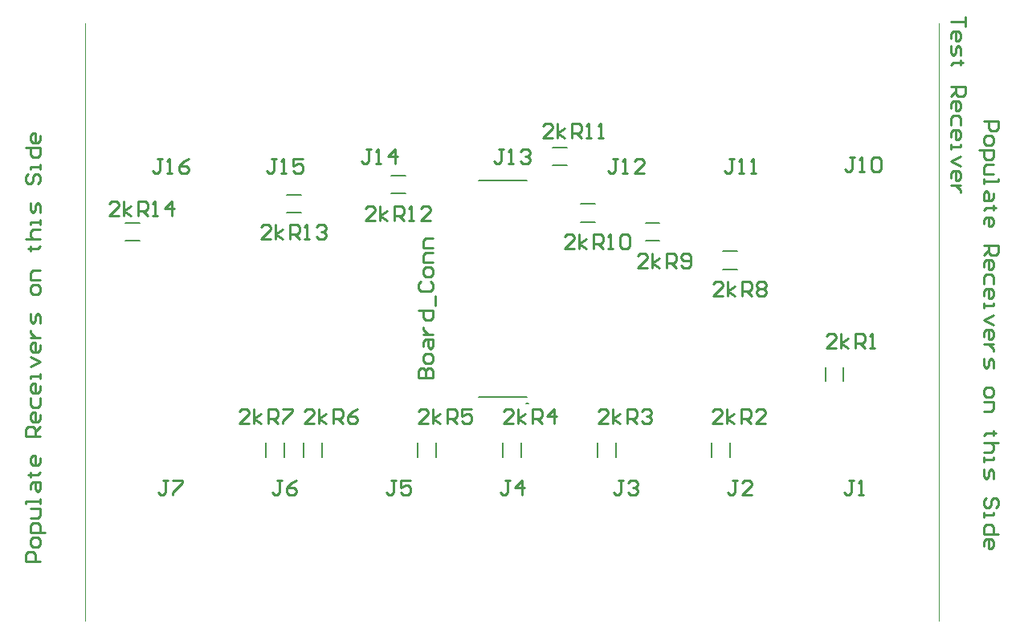
<source format=gto>
G04*
G04 #@! TF.GenerationSoftware,Altium Limited,Altium Designer,20.2.6 (244)*
G04*
G04 Layer_Color=65535*
%FSLAX25Y25*%
%MOIN*%
G70*
G04*
G04 #@! TF.SameCoordinates,11A24C68-64DB-4881-A1EB-24DF76E2ADE5*
G04*
G04*
G04 #@! TF.FilePolarity,Positive*
G04*
G01*
G75*
%ADD10C,0.00787*%
%ADD11C,0.00394*%
%ADD12C,0.01000*%
D10*
X341348Y228031D02*
X340561D01*
X341348D01*
X320707Y320590D02*
X340711D01*
X320707Y230591D02*
X340711D01*
X232480Y205709D02*
Y211614D01*
X239961Y205709D02*
Y211614D01*
X422244Y291142D02*
X428150D01*
X422244Y283661D02*
X428150D01*
X390021Y302953D02*
X395927D01*
X390021Y295472D02*
X395927D01*
X363189Y310827D02*
X369094D01*
X363189Y303346D02*
X369094D01*
X284449Y315158D02*
X290354D01*
X284449Y322638D02*
X290354D01*
X241142Y307283D02*
X247047D01*
X241142Y314764D02*
X247047D01*
X174213Y295472D02*
X180118D01*
X174213Y302953D02*
X180118D01*
X302953Y205709D02*
Y211614D01*
X295472Y205709D02*
Y211614D01*
X338386Y205709D02*
Y211614D01*
X330906Y205709D02*
Y211614D01*
X255709Y205709D02*
Y211614D01*
X248228Y205709D02*
Y211614D01*
X377756Y205709D02*
Y211614D01*
X370276Y205709D02*
Y211614D01*
X425000Y205709D02*
Y211614D01*
X417520Y205709D02*
Y211614D01*
X472244Y237205D02*
Y243110D01*
X464764Y237205D02*
Y243110D01*
X351378Y326969D02*
X357283D01*
X351378Y334449D02*
X357283D01*
D11*
X511811Y137795D02*
Y385827D01*
X157480Y137795D02*
Y385827D01*
D12*
X522746Y388764D02*
Y384765D01*
Y386764D01*
X516748D01*
Y379767D02*
Y381766D01*
X517748Y382766D01*
X519747D01*
X520747Y381766D01*
Y379767D01*
X519747Y378767D01*
X518747D01*
Y382766D01*
X516748Y376768D02*
Y373769D01*
X517748Y372769D01*
X518747Y373769D01*
Y375768D01*
X519747Y376768D01*
X520747Y375768D01*
Y372769D01*
X521746Y369770D02*
X520747D01*
Y370770D01*
Y368770D01*
Y369770D01*
X517748D01*
X516748Y368770D01*
Y359773D02*
X522746D01*
Y356774D01*
X521746Y355774D01*
X519747D01*
X518747Y356774D01*
Y359773D01*
Y357774D02*
X516748Y355774D01*
Y350776D02*
Y352775D01*
X517748Y353775D01*
X519747D01*
X520747Y352775D01*
Y350776D01*
X519747Y349776D01*
X518747D01*
Y353775D01*
X520747Y343778D02*
Y346777D01*
X519747Y347777D01*
X517748D01*
X516748Y346777D01*
Y343778D01*
Y338780D02*
Y340779D01*
X517748Y341779D01*
X519747D01*
X520747Y340779D01*
Y338780D01*
X519747Y337780D01*
X518747D01*
Y341779D01*
X516748Y335781D02*
Y333782D01*
Y334781D01*
X520747D01*
Y335781D01*
Y330783D02*
X516748Y328783D01*
X520747Y326784D01*
X516748Y321785D02*
Y323785D01*
X517748Y324784D01*
X519747D01*
X520747Y323785D01*
Y321785D01*
X519747Y320786D01*
X518747D01*
Y324784D01*
X520747Y318786D02*
X516748D01*
X518747D01*
X519747Y317787D01*
X520747Y316787D01*
Y315787D01*
X138733Y162417D02*
X132735D01*
Y165416D01*
X133735Y166416D01*
X135734D01*
X136734Y165416D01*
Y162417D01*
X138733Y169415D02*
Y171414D01*
X137733Y172414D01*
X135734D01*
X134734Y171414D01*
Y169415D01*
X135734Y168415D01*
X137733D01*
X138733Y169415D01*
X140732Y174413D02*
X134734D01*
Y177412D01*
X135734Y178412D01*
X137733D01*
X138733Y177412D01*
Y174413D01*
X134734Y180412D02*
X137733D01*
X138733Y181411D01*
Y184410D01*
X134734D01*
X138733Y186410D02*
Y188409D01*
Y187409D01*
X132735D01*
Y186410D01*
X134734Y192408D02*
Y194407D01*
X135734Y195407D01*
X138733D01*
Y192408D01*
X137733Y191408D01*
X136734Y192408D01*
Y195407D01*
X133735Y198406D02*
X134734D01*
Y197406D01*
Y199405D01*
Y198406D01*
X137733D01*
X138733Y199405D01*
Y205403D02*
Y203404D01*
X137733Y202404D01*
X135734D01*
X134734Y203404D01*
Y205403D01*
X135734Y206403D01*
X136734D01*
Y202404D01*
X138733Y214401D02*
X132735D01*
Y217400D01*
X133735Y218399D01*
X135734D01*
X136734Y217400D01*
Y214401D01*
Y216400D02*
X138733Y218399D01*
Y223398D02*
Y221398D01*
X137733Y220399D01*
X135734D01*
X134734Y221398D01*
Y223398D01*
X135734Y224397D01*
X136734D01*
Y220399D01*
X134734Y230395D02*
Y227396D01*
X135734Y226397D01*
X137733D01*
X138733Y227396D01*
Y230395D01*
Y235394D02*
Y233394D01*
X137733Y232395D01*
X135734D01*
X134734Y233394D01*
Y235394D01*
X135734Y236393D01*
X136734D01*
Y232395D01*
X138733Y238393D02*
Y240392D01*
Y239392D01*
X134734D01*
Y238393D01*
Y243391D02*
X138733Y245391D01*
X134734Y247390D01*
X138733Y252388D02*
Y250389D01*
X137733Y249389D01*
X135734D01*
X134734Y250389D01*
Y252388D01*
X135734Y253388D01*
X136734D01*
Y249389D01*
X134734Y255387D02*
X138733D01*
X136734D01*
X135734Y256387D01*
X134734Y257387D01*
Y258386D01*
X138733Y261385D02*
Y264384D01*
X137733Y265384D01*
X136734Y264384D01*
Y262385D01*
X135734Y261385D01*
X134734Y262385D01*
Y265384D01*
X138733Y274381D02*
Y276380D01*
X137733Y277380D01*
X135734D01*
X134734Y276380D01*
Y274381D01*
X135734Y273381D01*
X137733D01*
X138733Y274381D01*
Y279380D02*
X134734D01*
Y282379D01*
X135734Y283378D01*
X138733D01*
X133735Y292375D02*
X134734D01*
Y291376D01*
Y293375D01*
Y292375D01*
X137733D01*
X138733Y293375D01*
X132735Y296374D02*
X138733D01*
X135734D01*
X134734Y297374D01*
Y299373D01*
X135734Y300373D01*
X138733D01*
Y302372D02*
Y304371D01*
Y303372D01*
X134734D01*
Y302372D01*
X138733Y307370D02*
Y310369D01*
X137733Y311369D01*
X136734Y310369D01*
Y308370D01*
X135734Y307370D01*
X134734Y308370D01*
Y311369D01*
X133735Y323365D02*
X132735Y322366D01*
Y320366D01*
X133735Y319367D01*
X134734D01*
X135734Y320366D01*
Y322366D01*
X136734Y323365D01*
X137733D01*
X138733Y322366D01*
Y320366D01*
X137733Y319367D01*
X138733Y325365D02*
Y327364D01*
Y326364D01*
X134734D01*
Y325365D01*
X132735Y334362D02*
X138733D01*
Y331363D01*
X137733Y330363D01*
X135734D01*
X134734Y331363D01*
Y334362D01*
X138733Y339360D02*
Y337361D01*
X137733Y336361D01*
X135734D01*
X134734Y337361D01*
Y339360D01*
X135734Y340360D01*
X136734D01*
Y336361D01*
X530558Y345457D02*
X536556D01*
Y342458D01*
X535557Y341458D01*
X533557D01*
X532558Y342458D01*
Y345457D01*
X530558Y338459D02*
Y336460D01*
X531558Y335460D01*
X533557D01*
X534557Y336460D01*
Y338459D01*
X533557Y339459D01*
X531558D01*
X530558Y338459D01*
X528559Y333461D02*
X534557D01*
Y330462D01*
X533557Y329462D01*
X531558D01*
X530558Y330462D01*
Y333461D01*
X534557Y327463D02*
X531558D01*
X530558Y326463D01*
Y323464D01*
X534557D01*
X530558Y321464D02*
Y319465D01*
Y320465D01*
X536556D01*
Y321464D01*
X534557Y315466D02*
Y313467D01*
X533557Y312467D01*
X530558D01*
Y315466D01*
X531558Y316466D01*
X532558Y315466D01*
Y312467D01*
X535557Y309468D02*
X534557D01*
Y310468D01*
Y308469D01*
Y309468D01*
X531558D01*
X530558Y308469D01*
Y302471D02*
Y304470D01*
X531558Y305470D01*
X533557D01*
X534557Y304470D01*
Y302471D01*
X533557Y301471D01*
X532558D01*
Y305470D01*
X530558Y293474D02*
X536556D01*
Y290475D01*
X535557Y289475D01*
X533557D01*
X532558Y290475D01*
Y293474D01*
Y291474D02*
X530558Y289475D01*
Y284476D02*
Y286476D01*
X531558Y287475D01*
X533557D01*
X534557Y286476D01*
Y284476D01*
X533557Y283477D01*
X532558D01*
Y287475D01*
X534557Y277479D02*
Y280478D01*
X533557Y281477D01*
X531558D01*
X530558Y280478D01*
Y277479D01*
Y272480D02*
Y274480D01*
X531558Y275479D01*
X533557D01*
X534557Y274480D01*
Y272480D01*
X533557Y271481D01*
X532558D01*
Y275479D01*
X530558Y269481D02*
Y267482D01*
Y268482D01*
X534557D01*
Y269481D01*
Y264483D02*
X530558Y262484D01*
X534557Y260484D01*
X530558Y255486D02*
Y257485D01*
X531558Y258485D01*
X533557D01*
X534557Y257485D01*
Y255486D01*
X533557Y254486D01*
X532558D01*
Y258485D01*
X534557Y252487D02*
X530558D01*
X532558D01*
X533557Y251487D01*
X534557Y250487D01*
Y249488D01*
X530558Y246489D02*
Y243490D01*
X531558Y242490D01*
X532558Y243490D01*
Y245489D01*
X533557Y246489D01*
X534557Y245489D01*
Y242490D01*
X530558Y233493D02*
Y231494D01*
X531558Y230494D01*
X533557D01*
X534557Y231494D01*
Y233493D01*
X533557Y234493D01*
X531558D01*
X530558Y233493D01*
Y228495D02*
X534557D01*
Y225496D01*
X533557Y224496D01*
X530558D01*
X535557Y215499D02*
X534557D01*
Y216498D01*
Y214499D01*
Y215499D01*
X531558D01*
X530558Y214499D01*
X536556Y211500D02*
X530558D01*
X533557D01*
X534557Y210500D01*
Y208501D01*
X533557Y207501D01*
X530558D01*
Y205502D02*
Y203503D01*
Y204502D01*
X534557D01*
Y205502D01*
X530558Y200504D02*
Y197505D01*
X531558Y196505D01*
X532558Y197505D01*
Y199504D01*
X533557Y200504D01*
X534557Y199504D01*
Y196505D01*
X535557Y184509D02*
X536556Y185508D01*
Y187508D01*
X535557Y188507D01*
X534557D01*
X533557Y187508D01*
Y185508D01*
X532558Y184509D01*
X531558D01*
X530558Y185508D01*
Y187508D01*
X531558Y188507D01*
X530558Y182509D02*
Y180510D01*
Y181510D01*
X534557D01*
Y182509D01*
X536556Y173512D02*
X530558D01*
Y176511D01*
X531558Y177511D01*
X533557D01*
X534557Y176511D01*
Y173512D01*
X530558Y168514D02*
Y170513D01*
X531558Y171513D01*
X533557D01*
X534557Y170513D01*
Y168514D01*
X533557Y167514D01*
X532558D01*
Y171513D01*
X374599Y219500D02*
X370600D01*
X374599Y223499D01*
Y224498D01*
X373599Y225498D01*
X371600D01*
X370600Y224498D01*
X376598Y219500D02*
Y225498D01*
Y221499D02*
X379597Y223499D01*
X376598Y221499D02*
X379597Y219500D01*
X382596D02*
Y225498D01*
X385595D01*
X386595Y224498D01*
Y222499D01*
X385595Y221499D01*
X382596D01*
X384595D02*
X386595Y219500D01*
X388594Y224498D02*
X389594Y225498D01*
X391593D01*
X392593Y224498D01*
Y223499D01*
X391593Y222499D01*
X390594D01*
X391593D01*
X392593Y221499D01*
Y220500D01*
X391593Y219500D01*
X389594D01*
X388594Y220500D01*
X421799Y219500D02*
X417800D01*
X421799Y223499D01*
Y224498D01*
X420799Y225498D01*
X418800D01*
X417800Y224498D01*
X423798Y219500D02*
Y225498D01*
Y221499D02*
X426797Y223499D01*
X423798Y221499D02*
X426797Y219500D01*
X429796D02*
Y225498D01*
X432795D01*
X433795Y224498D01*
Y222499D01*
X432795Y221499D01*
X429796D01*
X431796D02*
X433795Y219500D01*
X439793D02*
X435794D01*
X439793Y223499D01*
Y224498D01*
X438793Y225498D01*
X436794D01*
X435794Y224498D01*
X469099Y251000D02*
X465100D01*
X469099Y254999D01*
Y255998D01*
X468099Y256998D01*
X466100D01*
X465100Y255998D01*
X471098Y251000D02*
Y256998D01*
Y252999D02*
X474097Y254999D01*
X471098Y252999D02*
X474097Y251000D01*
X477096D02*
Y256998D01*
X480095D01*
X481095Y255998D01*
Y253999D01*
X480095Y252999D01*
X477096D01*
X479096D02*
X481095Y251000D01*
X483094D02*
X485093D01*
X484094D01*
Y256998D01*
X483094Y255998D01*
X422136Y272591D02*
X418137D01*
X422136Y276590D01*
Y277590D01*
X421136Y278590D01*
X419137D01*
X418137Y277590D01*
X424135Y272591D02*
Y278590D01*
Y274591D02*
X427135Y276590D01*
X424135Y274591D02*
X427135Y272591D01*
X430133D02*
Y278590D01*
X433133D01*
X434132Y277590D01*
Y275590D01*
X433133Y274591D01*
X430133D01*
X432133D02*
X434132Y272591D01*
X436132Y277590D02*
X437131Y278590D01*
X439131D01*
X440130Y277590D01*
Y276590D01*
X439131Y275590D01*
X440130Y274591D01*
Y273591D01*
X439131Y272591D01*
X437131D01*
X436132Y273591D01*
Y274591D01*
X437131Y275590D01*
X436132Y276590D01*
Y277590D01*
X437131Y275590D02*
X439131D01*
X390640Y284402D02*
X386641D01*
X390640Y288401D01*
Y289401D01*
X389640Y290401D01*
X387641D01*
X386641Y289401D01*
X392639Y284402D02*
Y290401D01*
Y286402D02*
X395638Y288401D01*
X392639Y286402D02*
X395638Y284402D01*
X398638D02*
Y290401D01*
X401637D01*
X402636Y289401D01*
Y287402D01*
X401637Y286402D01*
X398638D01*
X400637D02*
X402636Y284402D01*
X404635Y285402D02*
X405635Y284402D01*
X407635D01*
X408634Y285402D01*
Y289401D01*
X407635Y290401D01*
X405635D01*
X404635Y289401D01*
Y288401D01*
X405635Y287402D01*
X408634D01*
X360582Y292277D02*
X356583D01*
X360582Y296275D01*
Y297275D01*
X359582Y298275D01*
X357583D01*
X356583Y297275D01*
X362581Y292277D02*
Y298275D01*
Y294276D02*
X365580Y296275D01*
X362581Y294276D02*
X365580Y292277D01*
X368579D02*
Y298275D01*
X371578D01*
X372578Y297275D01*
Y295276D01*
X371578Y294276D01*
X368579D01*
X370579D02*
X372578Y292277D01*
X374577D02*
X376577D01*
X375577D01*
Y298275D01*
X374577Y297275D01*
X379576D02*
X380575Y298275D01*
X382575D01*
X383574Y297275D01*
Y293276D01*
X382575Y292277D01*
X380575D01*
X379576Y293276D01*
Y297275D01*
X351499Y338200D02*
X347500D01*
X351499Y342199D01*
Y343198D01*
X350499Y344198D01*
X348500D01*
X347500Y343198D01*
X353498Y338200D02*
Y344198D01*
Y340199D02*
X356497Y342199D01*
X353498Y340199D02*
X356497Y338200D01*
X359496D02*
Y344198D01*
X362495D01*
X363495Y343198D01*
Y341199D01*
X362495Y340199D01*
X359496D01*
X361495D02*
X363495Y338200D01*
X365494D02*
X367494D01*
X366494D01*
Y344198D01*
X365494Y343198D01*
X370493Y338200D02*
X372492D01*
X371492D01*
Y344198D01*
X370493Y343198D01*
X277905Y304088D02*
X273906D01*
X277905Y308086D01*
Y309086D01*
X276905Y310086D01*
X274906D01*
X273906Y309086D01*
X279904Y304088D02*
Y310086D01*
Y306087D02*
X282903Y308086D01*
X279904Y306087D02*
X282903Y304088D01*
X285902D02*
Y310086D01*
X288901D01*
X289901Y309086D01*
Y307087D01*
X288901Y306087D01*
X285902D01*
X287901D02*
X289901Y304088D01*
X291900D02*
X293899D01*
X292900D01*
Y310086D01*
X291900Y309086D01*
X300897Y304088D02*
X296899D01*
X300897Y308086D01*
Y309086D01*
X299898Y310086D01*
X297898D01*
X296899Y309086D01*
X234598Y296214D02*
X230599D01*
X234598Y300212D01*
Y301212D01*
X233598Y302212D01*
X231598D01*
X230599Y301212D01*
X236597Y296214D02*
Y302212D01*
Y298213D02*
X239596Y300212D01*
X236597Y298213D02*
X239596Y296214D01*
X242595D02*
Y302212D01*
X245594D01*
X246594Y301212D01*
Y299213D01*
X245594Y298213D01*
X242595D01*
X244594D02*
X246594Y296214D01*
X248593D02*
X250592D01*
X249593D01*
Y302212D01*
X248593Y301212D01*
X253591D02*
X254591Y302212D01*
X256591D01*
X257590Y301212D01*
Y300212D01*
X256591Y299213D01*
X255591D01*
X256591D01*
X257590Y298213D01*
Y297213D01*
X256591Y296214D01*
X254591D01*
X253591Y297213D01*
X171605Y306056D02*
X167607D01*
X171605Y310055D01*
Y311054D01*
X170606Y312054D01*
X168606D01*
X167607Y311054D01*
X173605Y306056D02*
Y312054D01*
Y308055D02*
X176604Y310055D01*
X173605Y308055D02*
X176604Y306056D01*
X179603D02*
Y312054D01*
X182602D01*
X183602Y311054D01*
Y309055D01*
X182602Y308055D01*
X179603D01*
X181602D02*
X183602Y306056D01*
X185601D02*
X187600D01*
X186601D01*
Y312054D01*
X185601Y311054D01*
X193598Y306056D02*
Y312054D01*
X190599Y309055D01*
X194598D01*
X225286Y219501D02*
X221287D01*
X225286Y223500D01*
Y224499D01*
X224286Y225499D01*
X222287D01*
X221287Y224499D01*
X227285Y219501D02*
Y225499D01*
Y221500D02*
X230284Y223500D01*
X227285Y221500D02*
X230284Y219501D01*
X233283D02*
Y225499D01*
X236282D01*
X237282Y224499D01*
Y222500D01*
X236282Y221500D01*
X233283D01*
X235282D02*
X237282Y219501D01*
X239281Y225499D02*
X243280D01*
Y224499D01*
X239281Y220501D01*
Y219501D01*
X252499Y219500D02*
X248500D01*
X252499Y223499D01*
Y224498D01*
X251499Y225498D01*
X249500D01*
X248500Y224498D01*
X254498Y219500D02*
Y225498D01*
Y221499D02*
X257497Y223499D01*
X254498Y221499D02*
X257497Y219500D01*
X260496D02*
Y225498D01*
X263495D01*
X264495Y224498D01*
Y222499D01*
X263495Y221499D01*
X260496D01*
X262495D02*
X264495Y219500D01*
X270493Y225498D02*
X268494Y224498D01*
X266494Y222499D01*
Y220500D01*
X267494Y219500D01*
X269493D01*
X270493Y220500D01*
Y221499D01*
X269493Y222499D01*
X266494D01*
X299799Y219500D02*
X295800D01*
X299799Y223499D01*
Y224498D01*
X298799Y225498D01*
X296800D01*
X295800Y224498D01*
X301798Y219500D02*
Y225498D01*
Y221499D02*
X304797Y223499D01*
X301798Y221499D02*
X304797Y219500D01*
X307796D02*
Y225498D01*
X310795D01*
X311795Y224498D01*
Y222499D01*
X310795Y221499D01*
X307796D01*
X309795D02*
X311795Y219500D01*
X317793Y225498D02*
X313794D01*
Y222499D01*
X315793Y223499D01*
X316793D01*
X317793Y222499D01*
Y220500D01*
X316793Y219500D01*
X314794D01*
X313794Y220500D01*
X335199Y219500D02*
X331200D01*
X335199Y223499D01*
Y224498D01*
X334199Y225498D01*
X332200D01*
X331200Y224498D01*
X337198Y219500D02*
Y225498D01*
Y221499D02*
X340197Y223499D01*
X337198Y221499D02*
X340197Y219500D01*
X343196D02*
Y225498D01*
X346195D01*
X347195Y224498D01*
Y222499D01*
X346195Y221499D01*
X343196D01*
X345196D02*
X347195Y219500D01*
X352193D02*
Y225498D01*
X349194Y222499D01*
X353193D01*
X295714Y238726D02*
X301712D01*
Y241725D01*
X300712Y242725D01*
X299712D01*
X298713Y241725D01*
Y238726D01*
Y241725D01*
X297713Y242725D01*
X296713D01*
X295714Y241725D01*
Y238726D01*
X301712Y245724D02*
Y247723D01*
X300712Y248723D01*
X298713D01*
X297713Y247723D01*
Y245724D01*
X298713Y244724D01*
X300712D01*
X301712Y245724D01*
X297713Y251722D02*
Y253721D01*
X298713Y254721D01*
X301712D01*
Y251722D01*
X300712Y250722D01*
X299712Y251722D01*
Y254721D01*
X297713Y256720D02*
X301712D01*
X299712D01*
X298713Y257720D01*
X297713Y258719D01*
Y259719D01*
X295714Y266717D02*
X301712D01*
Y263718D01*
X300712Y262718D01*
X298713D01*
X297713Y263718D01*
Y266717D01*
X302712Y268716D02*
Y272715D01*
X296713Y278713D02*
X295714Y277713D01*
Y275714D01*
X296713Y274714D01*
X300712D01*
X301712Y275714D01*
Y277713D01*
X300712Y278713D01*
X301712Y281712D02*
Y283711D01*
X300712Y284711D01*
X298713D01*
X297713Y283711D01*
Y281712D01*
X298713Y280712D01*
X300712D01*
X301712Y281712D01*
Y286710D02*
X297713D01*
Y289709D01*
X298713Y290709D01*
X301712D01*
Y292708D02*
X297713D01*
Y295708D01*
X298713Y296707D01*
X301712D01*
X189415Y329771D02*
X187415D01*
X188415D01*
Y324772D01*
X187415Y323773D01*
X186416D01*
X185416Y324772D01*
X191414Y323773D02*
X193413D01*
X192414D01*
Y329771D01*
X191414Y328771D01*
X200411Y329771D02*
X198412Y328771D01*
X196412Y326772D01*
Y324772D01*
X197412Y323773D01*
X199411D01*
X200411Y324772D01*
Y325772D01*
X199411Y326772D01*
X196412D01*
X236659Y329771D02*
X234659D01*
X235659D01*
Y324772D01*
X234659Y323773D01*
X233660D01*
X232660Y324772D01*
X238658Y323773D02*
X240657D01*
X239658D01*
Y329771D01*
X238658Y328771D01*
X247655Y329771D02*
X243656D01*
Y326772D01*
X245656Y327771D01*
X246655D01*
X247655Y326772D01*
Y324772D01*
X246655Y323773D01*
X244656D01*
X243656Y324772D01*
X276029Y333708D02*
X274029D01*
X275029D01*
Y328709D01*
X274029Y327710D01*
X273030D01*
X272030Y328709D01*
X278028Y327710D02*
X280027D01*
X279028D01*
Y333708D01*
X278028Y332708D01*
X286026Y327710D02*
Y333708D01*
X283026Y330709D01*
X287025D01*
X331147Y333708D02*
X329147D01*
X330147D01*
Y328709D01*
X329147Y327710D01*
X328148D01*
X327148Y328709D01*
X333146Y327710D02*
X335145D01*
X334146D01*
Y333708D01*
X333146Y332708D01*
X338144D02*
X339144Y333708D01*
X341144D01*
X342143Y332708D01*
Y331708D01*
X341144Y330709D01*
X340144D01*
X341144D01*
X342143Y329709D01*
Y328709D01*
X341144Y327710D01*
X339144D01*
X338144Y328709D01*
X378391Y329771D02*
X376392D01*
X377391D01*
Y324772D01*
X376392Y323773D01*
X375392D01*
X374392Y324772D01*
X380390Y323773D02*
X382390D01*
X381390D01*
Y329771D01*
X380390Y328771D01*
X389387Y323773D02*
X385389D01*
X389387Y327771D01*
Y328771D01*
X388388Y329771D01*
X386388D01*
X385389Y328771D01*
X426635Y329771D02*
X424635D01*
X425635D01*
Y324772D01*
X424635Y323773D01*
X423636D01*
X422636Y324772D01*
X428634Y323773D02*
X430633D01*
X429634D01*
Y329771D01*
X428634Y328771D01*
X433632Y323773D02*
X435632D01*
X434632D01*
Y329771D01*
X433632Y328771D01*
X476816Y330164D02*
X474817D01*
X475816D01*
Y325166D01*
X474817Y324166D01*
X473817D01*
X472817Y325166D01*
X478815Y324166D02*
X480815D01*
X479815D01*
Y330164D01*
X478815Y329165D01*
X483814D02*
X484813Y330164D01*
X486813D01*
X487813Y329165D01*
Y325166D01*
X486813Y324166D01*
X484813D01*
X483814Y325166D01*
Y329165D01*
X191914Y195912D02*
X189914D01*
X190914D01*
Y190914D01*
X189914Y189914D01*
X188915D01*
X187915Y190914D01*
X193913Y195912D02*
X197912D01*
Y194913D01*
X193913Y190914D01*
Y189914D01*
X239158Y195912D02*
X237158D01*
X238158D01*
Y190914D01*
X237158Y189914D01*
X236159D01*
X235159Y190914D01*
X245156Y195912D02*
X243157Y194913D01*
X241157Y192913D01*
Y190914D01*
X242157Y189914D01*
X244156D01*
X245156Y190914D01*
Y191914D01*
X244156Y192913D01*
X241157D01*
X286402Y195912D02*
X284402D01*
X285402D01*
Y190914D01*
X284402Y189914D01*
X283403D01*
X282403Y190914D01*
X292400Y195912D02*
X288401D01*
Y192913D01*
X290401Y193913D01*
X291400D01*
X292400Y192913D01*
Y190914D01*
X291400Y189914D01*
X289401D01*
X288401Y190914D01*
X333646Y195912D02*
X331647D01*
X332646D01*
Y190914D01*
X331647Y189914D01*
X330647D01*
X329647Y190914D01*
X338644Y189914D02*
Y195912D01*
X335645Y192913D01*
X339644D01*
X380890Y195912D02*
X378891D01*
X379890D01*
Y190914D01*
X378891Y189914D01*
X377891D01*
X376891Y190914D01*
X382889Y194913D02*
X383889Y195912D01*
X385889D01*
X386888Y194913D01*
Y193913D01*
X385889Y192913D01*
X384889D01*
X385889D01*
X386888Y191914D01*
Y190914D01*
X385889Y189914D01*
X383889D01*
X382889Y190914D01*
X428134Y195912D02*
X426135D01*
X427135D01*
Y190914D01*
X426135Y189914D01*
X425135D01*
X424135Y190914D01*
X434132Y189914D02*
X430133D01*
X434132Y193913D01*
Y194913D01*
X433133Y195912D01*
X431133D01*
X430133Y194913D01*
X476378Y195912D02*
X474379D01*
X475378D01*
Y190914D01*
X474379Y189914D01*
X473379D01*
X472379Y190914D01*
X478377Y189914D02*
X480377D01*
X479377D01*
Y195912D01*
X478377Y194913D01*
M02*

</source>
